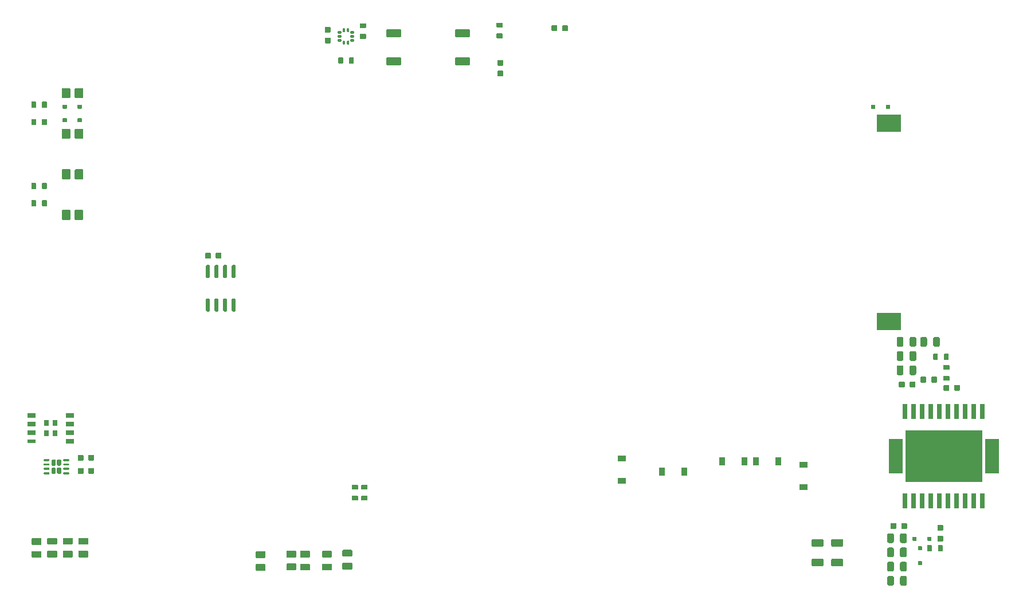
<source format=gtp>
G04 #@! TF.GenerationSoftware,KiCad,Pcbnew,8.0.8*
G04 #@! TF.CreationDate,2025-12-07T11:44:23-05:00*
G04 #@! TF.ProjectId,hellen121vag,68656c6c-656e-4313-9231-7661672e6b69,d*
G04 #@! TF.SameCoordinates,PX2b953a0PY6943058*
G04 #@! TF.FileFunction,Paste,Top*
G04 #@! TF.FilePolarity,Positive*
%FSLAX46Y46*%
G04 Gerber Fmt 4.6, Leading zero omitted, Abs format (unit mm)*
G04 Created by KiCad (PCBNEW 8.0.8) date 2025-12-07 11:44:23*
%MOMM*%
%LPD*%
G01*
G04 APERTURE LIST*
%ADD10O,0.000001X0.000001*%
%ADD11R,1.310000X0.650000*%
%ADD12R,1.310000X0.600000*%
%ADD13R,0.795000X0.900000*%
%ADD14R,1.200000X0.900000*%
%ADD15R,0.800000X2.200000*%
%ADD16R,2.032000X5.080000*%
%ADD17R,11.430000X7.620000*%
%ADD18R,3.600000X2.600000*%
%ADD19R,0.900000X1.200000*%
G04 APERTURE END LIST*
G04 #@! TO.C,U3*
G36*
G01*
X34145000Y64850000D02*
X33845000Y64850000D01*
G75*
G02*
X33695000Y65000000I0J150000D01*
G01*
X33695000Y66650000D01*
G75*
G02*
X33845000Y66800000I150000J0D01*
G01*
X34145000Y66800000D01*
G75*
G02*
X34295000Y66650000I0J-150000D01*
G01*
X34295000Y65000000D01*
G75*
G02*
X34145000Y64850000I-150000J0D01*
G01*
G37*
G36*
G01*
X35415000Y64850000D02*
X35115000Y64850000D01*
G75*
G02*
X34965000Y65000000I0J150000D01*
G01*
X34965000Y66650000D01*
G75*
G02*
X35115000Y66800000I150000J0D01*
G01*
X35415000Y66800000D01*
G75*
G02*
X35565000Y66650000I0J-150000D01*
G01*
X35565000Y65000000D01*
G75*
G02*
X35415000Y64850000I-150000J0D01*
G01*
G37*
G36*
G01*
X36685000Y64850000D02*
X36385000Y64850000D01*
G75*
G02*
X36235000Y65000000I0J150000D01*
G01*
X36235000Y66650000D01*
G75*
G02*
X36385000Y66800000I150000J0D01*
G01*
X36685000Y66800000D01*
G75*
G02*
X36835000Y66650000I0J-150000D01*
G01*
X36835000Y65000000D01*
G75*
G02*
X36685000Y64850000I-150000J0D01*
G01*
G37*
G36*
G01*
X37955000Y64850000D02*
X37655000Y64850000D01*
G75*
G02*
X37505000Y65000000I0J150000D01*
G01*
X37505000Y66650000D01*
G75*
G02*
X37655000Y66800000I150000J0D01*
G01*
X37955000Y66800000D01*
G75*
G02*
X38105000Y66650000I0J-150000D01*
G01*
X38105000Y65000000D01*
G75*
G02*
X37955000Y64850000I-150000J0D01*
G01*
G37*
G36*
G01*
X37955000Y69800000D02*
X37655000Y69800000D01*
G75*
G02*
X37505000Y69950000I0J150000D01*
G01*
X37505000Y71600000D01*
G75*
G02*
X37655000Y71750000I150000J0D01*
G01*
X37955000Y71750000D01*
G75*
G02*
X38105000Y71600000I0J-150000D01*
G01*
X38105000Y69950000D01*
G75*
G02*
X37955000Y69800000I-150000J0D01*
G01*
G37*
G36*
G01*
X36685000Y69800000D02*
X36385000Y69800000D01*
G75*
G02*
X36235000Y69950000I0J150000D01*
G01*
X36235000Y71600000D01*
G75*
G02*
X36385000Y71750000I150000J0D01*
G01*
X36685000Y71750000D01*
G75*
G02*
X36835000Y71600000I0J-150000D01*
G01*
X36835000Y69950000D01*
G75*
G02*
X36685000Y69800000I-150000J0D01*
G01*
G37*
G36*
G01*
X35415000Y69800000D02*
X35115000Y69800000D01*
G75*
G02*
X34965000Y69950000I0J150000D01*
G01*
X34965000Y71600000D01*
G75*
G02*
X35115000Y71750000I150000J0D01*
G01*
X35415000Y71750000D01*
G75*
G02*
X35565000Y71600000I0J-150000D01*
G01*
X35565000Y69950000D01*
G75*
G02*
X35415000Y69800000I-150000J0D01*
G01*
G37*
G36*
G01*
X34145000Y69800000D02*
X33845000Y69800000D01*
G75*
G02*
X33695000Y69950000I0J150000D01*
G01*
X33695000Y71600000D01*
G75*
G02*
X33845000Y71750000I150000J0D01*
G01*
X34145000Y71750000D01*
G75*
G02*
X34295000Y71600000I0J-150000D01*
G01*
X34295000Y69950000D01*
G75*
G02*
X34145000Y69800000I-150000J0D01*
G01*
G37*
G04 #@! TD*
G04 #@! TO.C,R22*
G36*
G01*
X143450000Y58565000D02*
X143450000Y57785000D01*
G75*
G02*
X143380000Y57715000I-70000J0D01*
G01*
X142820000Y57715000D01*
G75*
G02*
X142750000Y57785000I0J70000D01*
G01*
X142750000Y58565000D01*
G75*
G02*
X142820000Y58635000I70000J0D01*
G01*
X143380000Y58635000D01*
G75*
G02*
X143450000Y58565000I0J-70000D01*
G01*
G37*
G36*
G01*
X141850000Y58565000D02*
X141850000Y57785000D01*
G75*
G02*
X141780000Y57715000I-70000J0D01*
G01*
X141220000Y57715000D01*
G75*
G02*
X141150000Y57785000I0J70000D01*
G01*
X141150000Y58565000D01*
G75*
G02*
X141220000Y58635000I70000J0D01*
G01*
X141780000Y58635000D01*
G75*
G02*
X141850000Y58565000I0J-70000D01*
G01*
G37*
G04 #@! TD*
G04 #@! TO.C,C15*
G36*
G01*
X51360000Y106915001D02*
X52040000Y106915001D01*
G75*
G02*
X52125000Y106830001I0J-85000D01*
G01*
X52125000Y106150001D01*
G75*
G02*
X52040000Y106065001I-85000J0D01*
G01*
X51360000Y106065001D01*
G75*
G02*
X51275000Y106150001I0J85000D01*
G01*
X51275000Y106830001D01*
G75*
G02*
X51360000Y106915001I85000J0D01*
G01*
G37*
G36*
G01*
X51360000Y105334999D02*
X52040000Y105334999D01*
G75*
G02*
X52125000Y105249999I0J-85000D01*
G01*
X52125000Y104569999D01*
G75*
G02*
X52040000Y104484999I-85000J0D01*
G01*
X51360000Y104484999D01*
G75*
G02*
X51275000Y104569999I0J85000D01*
G01*
X51275000Y105249999D01*
G75*
G02*
X51360000Y105334999I85000J0D01*
G01*
G37*
G04 #@! TD*
G04 #@! TO.C,C6*
G36*
G01*
X77540000Y99584999D02*
X76860000Y99584999D01*
G75*
G02*
X76775000Y99669999I0J85000D01*
G01*
X76775000Y100349999D01*
G75*
G02*
X76860000Y100434999I85000J0D01*
G01*
X77540000Y100434999D01*
G75*
G02*
X77625000Y100349999I0J-85000D01*
G01*
X77625000Y99669999D01*
G75*
G02*
X77540000Y99584999I-85000J0D01*
G01*
G37*
G36*
G01*
X77540000Y101165001D02*
X76860000Y101165001D01*
G75*
G02*
X76775000Y101250001I0J85000D01*
G01*
X76775000Y101930001D01*
G75*
G02*
X76860000Y102015001I85000J0D01*
G01*
X77540000Y102015001D01*
G75*
G02*
X77625000Y101930001I0J-85000D01*
G01*
X77625000Y101250001D01*
G75*
G02*
X77540000Y101165001I-85000J0D01*
G01*
G37*
G04 #@! TD*
D10*
G04 #@! TO.C,M1*
X45912501Y97531666D03*
G04 #@! TD*
G04 #@! TO.C,U5*
G36*
G01*
X11707499Y42214986D02*
X11707499Y42864986D01*
G75*
G02*
X11867499Y43024986I160000J0D01*
G01*
X12187499Y43024986D01*
G75*
G02*
X12347499Y42864986I0J-160000D01*
G01*
X12347499Y42214986D01*
G75*
G02*
X12187499Y42054986I-160000J0D01*
G01*
X11867499Y42054986D01*
G75*
G02*
X11707499Y42214986I0J160000D01*
G01*
G37*
G36*
G01*
X11707499Y41014986D02*
X11707499Y41664986D01*
G75*
G02*
X11867499Y41824986I160000J0D01*
G01*
X12187499Y41824986D01*
G75*
G02*
X12347499Y41664986I0J-160000D01*
G01*
X12347499Y41014986D01*
G75*
G02*
X12187499Y40854986I-160000J0D01*
G01*
X11867499Y40854986D01*
G75*
G02*
X11707499Y41014986I0J160000D01*
G01*
G37*
G36*
G01*
X10907499Y41014986D02*
X10907499Y41664986D01*
G75*
G02*
X11067499Y41824986I160000J0D01*
G01*
X11387499Y41824986D01*
G75*
G02*
X11547499Y41664986I0J-160000D01*
G01*
X11547499Y41014986D01*
G75*
G02*
X11387499Y40854986I-160000J0D01*
G01*
X11067499Y40854986D01*
G75*
G02*
X10907499Y41014986I0J160000D01*
G01*
G37*
G36*
G01*
X10907499Y42214986D02*
X10907499Y42864986D01*
G75*
G02*
X11067499Y43024986I160000J0D01*
G01*
X11387499Y43024986D01*
G75*
G02*
X11547499Y42864986I0J-160000D01*
G01*
X11547499Y42214986D01*
G75*
G02*
X11387499Y42054986I-160000J0D01*
G01*
X11067499Y42054986D01*
G75*
G02*
X10907499Y42214986I0J160000D01*
G01*
G37*
G36*
G01*
X9752499Y42839986D02*
X9752499Y42989986D01*
G75*
G02*
X9827499Y43064986I75000J0D01*
G01*
X10527499Y43064986D01*
G75*
G02*
X10602499Y42989986I0J-75000D01*
G01*
X10602499Y42839986D01*
G75*
G02*
X10527499Y42764986I-75000J0D01*
G01*
X9827499Y42764986D01*
G75*
G02*
X9752499Y42839986I0J75000D01*
G01*
G37*
G36*
G01*
X9752499Y42189986D02*
X9752499Y42339986D01*
G75*
G02*
X9827499Y42414986I75000J0D01*
G01*
X10527499Y42414986D01*
G75*
G02*
X10602499Y42339986I0J-75000D01*
G01*
X10602499Y42189986D01*
G75*
G02*
X10527499Y42114986I-75000J0D01*
G01*
X9827499Y42114986D01*
G75*
G02*
X9752499Y42189986I0J75000D01*
G01*
G37*
G36*
G01*
X9752499Y41539986D02*
X9752499Y41689986D01*
G75*
G02*
X9827499Y41764986I75000J0D01*
G01*
X10527499Y41764986D01*
G75*
G02*
X10602499Y41689986I0J-75000D01*
G01*
X10602499Y41539986D01*
G75*
G02*
X10527499Y41464986I-75000J0D01*
G01*
X9827499Y41464986D01*
G75*
G02*
X9752499Y41539986I0J75000D01*
G01*
G37*
G36*
G01*
X9752499Y40889986D02*
X9752499Y41039986D01*
G75*
G02*
X9827499Y41114986I75000J0D01*
G01*
X10527499Y41114986D01*
G75*
G02*
X10602499Y41039986I0J-75000D01*
G01*
X10602499Y40889986D01*
G75*
G02*
X10527499Y40814986I-75000J0D01*
G01*
X9827499Y40814986D01*
G75*
G02*
X9752499Y40889986I0J75000D01*
G01*
G37*
G36*
G01*
X12652499Y40889986D02*
X12652499Y41039986D01*
G75*
G02*
X12727499Y41114986I75000J0D01*
G01*
X13427499Y41114986D01*
G75*
G02*
X13502499Y41039986I0J-75000D01*
G01*
X13502499Y40889986D01*
G75*
G02*
X13427499Y40814986I-75000J0D01*
G01*
X12727499Y40814986D01*
G75*
G02*
X12652499Y40889986I0J75000D01*
G01*
G37*
G36*
G01*
X12652499Y41539986D02*
X12652499Y41689986D01*
G75*
G02*
X12727499Y41764986I75000J0D01*
G01*
X13427499Y41764986D01*
G75*
G02*
X13502499Y41689986I0J-75000D01*
G01*
X13502499Y41539986D01*
G75*
G02*
X13427499Y41464986I-75000J0D01*
G01*
X12727499Y41464986D01*
G75*
G02*
X12652499Y41539986I0J75000D01*
G01*
G37*
G36*
G01*
X12652499Y42189986D02*
X12652499Y42339986D01*
G75*
G02*
X12727499Y42414986I75000J0D01*
G01*
X13427499Y42414986D01*
G75*
G02*
X13502499Y42339986I0J-75000D01*
G01*
X13502499Y42189986D01*
G75*
G02*
X13427499Y42114986I-75000J0D01*
G01*
X12727499Y42114986D01*
G75*
G02*
X12652499Y42189986I0J75000D01*
G01*
G37*
G36*
G01*
X12652499Y42839986D02*
X12652499Y42989986D01*
G75*
G02*
X12727499Y43064986I75000J0D01*
G01*
X13427499Y43064986D01*
G75*
G02*
X13502499Y42989986I0J-75000D01*
G01*
X13502499Y42839986D01*
G75*
G02*
X13427499Y42764986I-75000J0D01*
G01*
X12727499Y42764986D01*
G75*
G02*
X12652499Y42839986I0J75000D01*
G01*
G37*
G04 #@! TD*
G04 #@! TO.C,M6*
X95546542Y48347505D03*
G04 #@! TD*
G04 #@! TO.C,C18*
G36*
G01*
X14772499Y40985000D02*
X14772499Y41665000D01*
G75*
G02*
X14857499Y41750000I85000J0D01*
G01*
X15537499Y41750000D01*
G75*
G02*
X15622499Y41665000I0J-85000D01*
G01*
X15622499Y40985000D01*
G75*
G02*
X15537499Y40900000I-85000J0D01*
G01*
X14857499Y40900000D01*
G75*
G02*
X14772499Y40985000I0J85000D01*
G01*
G37*
G36*
G01*
X16352501Y40985000D02*
X16352501Y41665000D01*
G75*
G02*
X16437501Y41750000I85000J0D01*
G01*
X17117501Y41750000D01*
G75*
G02*
X17202501Y41665000I0J-85000D01*
G01*
X17202501Y40985000D01*
G75*
G02*
X17117501Y40900000I-85000J0D01*
G01*
X16437501Y40900000D01*
G75*
G02*
X16352501Y40985000I0J85000D01*
G01*
G37*
G04 #@! TD*
G04 #@! TO.C,D8*
G36*
G01*
X14312000Y90505000D02*
X14312000Y91745000D01*
G75*
G02*
X14442000Y91875000I130000J0D01*
G01*
X15482000Y91875000D01*
G75*
G02*
X15612000Y91745000I0J-130000D01*
G01*
X15612000Y90505000D01*
G75*
G02*
X15482000Y90375000I-130000J0D01*
G01*
X14442000Y90375000D01*
G75*
G02*
X14312000Y90505000I0J130000D01*
G01*
G37*
G36*
G01*
X12411979Y90505000D02*
X12411979Y91745000D01*
G75*
G02*
X12541979Y91875000I130000J0D01*
G01*
X13581979Y91875000D01*
G75*
G02*
X13711979Y91745000I0J-130000D01*
G01*
X13711979Y90505000D01*
G75*
G02*
X13581979Y90375000I-130000J0D01*
G01*
X12541979Y90375000D01*
G75*
G02*
X12411979Y90505000I0J130000D01*
G01*
G37*
G04 #@! TD*
G04 #@! TO.C,R13*
G36*
G01*
X8075000Y31375001D02*
X9325000Y31375001D01*
G75*
G02*
X9425000Y31275001I0J-100000D01*
G01*
X9425000Y30475001D01*
G75*
G02*
X9325000Y30375001I-100000J0D01*
G01*
X8075000Y30375001D01*
G75*
G02*
X7975000Y30475001I0J100000D01*
G01*
X7975000Y31275001D01*
G75*
G02*
X8075000Y31375001I100000J0D01*
G01*
G37*
G36*
G01*
X8075000Y29474979D02*
X9325000Y29474979D01*
G75*
G02*
X9425000Y29374979I0J-100000D01*
G01*
X9425000Y28574979D01*
G75*
G02*
X9325000Y28474979I-100000J0D01*
G01*
X8075000Y28474979D01*
G75*
G02*
X7975000Y28574979I0J100000D01*
G01*
X7975000Y29374979D01*
G75*
G02*
X8075000Y29474979I100000J0D01*
G01*
G37*
G04 #@! TD*
G04 #@! TO.C,R4*
G36*
G01*
X55225000Y26749999D02*
X53975000Y26749999D01*
G75*
G02*
X53875000Y26849999I0J100000D01*
G01*
X53875000Y27649999D01*
G75*
G02*
X53975000Y27749999I100000J0D01*
G01*
X55225000Y27749999D01*
G75*
G02*
X55325000Y27649999I0J-100000D01*
G01*
X55325000Y26849999D01*
G75*
G02*
X55225000Y26749999I-100000J0D01*
G01*
G37*
G36*
G01*
X55225000Y28650021D02*
X53975000Y28650021D01*
G75*
G02*
X53875000Y28750021I0J100000D01*
G01*
X53875000Y29550021D01*
G75*
G02*
X53975000Y29650021I100000J0D01*
G01*
X55225000Y29650021D01*
G75*
G02*
X55325000Y29550021I0J-100000D01*
G01*
X55325000Y28750021D01*
G75*
G02*
X55225000Y28650021I-100000J0D01*
G01*
G37*
G04 #@! TD*
G04 #@! TO.C,R16*
G36*
G01*
X10212000Y95790000D02*
X10212000Y95010000D01*
G75*
G02*
X10142000Y94940000I-70000J0D01*
G01*
X9582000Y94940000D01*
G75*
G02*
X9512000Y95010000I0J70000D01*
G01*
X9512000Y95790000D01*
G75*
G02*
X9582000Y95860000I70000J0D01*
G01*
X10142000Y95860000D01*
G75*
G02*
X10212000Y95790000I0J-70000D01*
G01*
G37*
G36*
G01*
X8612000Y95790000D02*
X8612000Y95010000D01*
G75*
G02*
X8542000Y94940000I-70000J0D01*
G01*
X7982000Y94940000D01*
G75*
G02*
X7912000Y95010000I0J70000D01*
G01*
X7912000Y95790000D01*
G75*
G02*
X7982000Y95860000I70000J0D01*
G01*
X8542000Y95860000D01*
G75*
G02*
X8612000Y95790000I0J-70000D01*
G01*
G37*
G04 #@! TD*
G04 #@! TO.C,C5*
G36*
G01*
X145122001Y53932163D02*
X145122001Y53252163D01*
G75*
G02*
X145037001Y53167163I-85000J0D01*
G01*
X144357001Y53167163D01*
G75*
G02*
X144272001Y53252163I0J85000D01*
G01*
X144272001Y53932163D01*
G75*
G02*
X144357001Y54017163I85000J0D01*
G01*
X145037001Y54017163D01*
G75*
G02*
X145122001Y53932163I0J-85000D01*
G01*
G37*
G36*
G01*
X143541999Y53932163D02*
X143541999Y53252163D01*
G75*
G02*
X143456999Y53167163I-85000J0D01*
G01*
X142776999Y53167163D01*
G75*
G02*
X142691999Y53252163I0J85000D01*
G01*
X142691999Y53932163D01*
G75*
G02*
X142776999Y54017163I85000J0D01*
G01*
X143456999Y54017163D01*
G75*
G02*
X143541999Y53932163I0J-85000D01*
G01*
G37*
G04 #@! TD*
G04 #@! TO.C,C11*
G36*
G01*
X134362000Y30900000D02*
X134362000Y31850000D01*
G75*
G02*
X134612000Y32100000I250000J0D01*
G01*
X135112000Y32100000D01*
G75*
G02*
X135362000Y31850000I0J-250000D01*
G01*
X135362000Y30900000D01*
G75*
G02*
X135112000Y30650000I-250000J0D01*
G01*
X134612000Y30650000D01*
G75*
G02*
X134362000Y30900000I0J250000D01*
G01*
G37*
G36*
G01*
X136262000Y30900000D02*
X136262000Y31850000D01*
G75*
G02*
X136512000Y32100000I250000J0D01*
G01*
X137012000Y32100000D01*
G75*
G02*
X137262000Y31850000I0J-250000D01*
G01*
X137262000Y30900000D01*
G75*
G02*
X137012000Y30650000I-250000J0D01*
G01*
X136512000Y30650000D01*
G75*
G02*
X136262000Y30900000I0J250000D01*
G01*
G37*
G04 #@! TD*
G04 #@! TO.C,R8*
G36*
G01*
X47725000Y29500001D02*
X48975000Y29500001D01*
G75*
G02*
X49075000Y29400001I0J-100000D01*
G01*
X49075000Y28600001D01*
G75*
G02*
X48975000Y28500001I-100000J0D01*
G01*
X47725000Y28500001D01*
G75*
G02*
X47625000Y28600001I0J100000D01*
G01*
X47625000Y29400001D01*
G75*
G02*
X47725000Y29500001I100000J0D01*
G01*
G37*
G36*
G01*
X47725000Y27599979D02*
X48975000Y27599979D01*
G75*
G02*
X49075000Y27499979I0J-100000D01*
G01*
X49075000Y26699979D01*
G75*
G02*
X48975000Y26599979I-100000J0D01*
G01*
X47725000Y26599979D01*
G75*
G02*
X47625000Y26699979I0J100000D01*
G01*
X47625000Y27499979D01*
G75*
G02*
X47725000Y27599979I100000J0D01*
G01*
G37*
G04 #@! TD*
D11*
G04 #@! TO.C,U4*
X7942500Y49530000D03*
X7942500Y48260000D03*
X7942500Y46990000D03*
D12*
X7942500Y45720000D03*
D11*
X13632500Y45720000D03*
X13632500Y46990000D03*
X13632500Y48260000D03*
X13632500Y49530000D03*
D13*
X11450000Y48375000D03*
X11450000Y46875000D03*
X10125000Y46875000D03*
X10125000Y48375000D03*
G04 #@! TD*
G04 #@! TO.C,F1*
G36*
G01*
X124975000Y28119990D02*
X124975000Y27429990D01*
G75*
G02*
X124745000Y27199990I-230000J0D01*
G01*
X123405000Y27199990D01*
G75*
G02*
X123175000Y27429990I0J230000D01*
G01*
X123175000Y28119990D01*
G75*
G02*
X123405000Y28349990I230000J0D01*
G01*
X124745000Y28349990D01*
G75*
G02*
X124975000Y28119990I0J-230000D01*
G01*
G37*
G36*
G01*
X124975000Y31020010D02*
X124975000Y30330010D01*
G75*
G02*
X124745000Y30100010I-230000J0D01*
G01*
X123405000Y30100010D01*
G75*
G02*
X123175000Y30330010I0J230000D01*
G01*
X123175000Y31020010D01*
G75*
G02*
X123405000Y31250010I230000J0D01*
G01*
X124745000Y31250010D01*
G75*
G02*
X124975000Y31020010I0J-230000D01*
G01*
G37*
G04 #@! TD*
D14*
G04 #@! TO.C,D10*
X122016200Y38951200D03*
X122016200Y42251200D03*
G04 #@! TD*
D15*
G04 #@! TO.C,U1*
X136992000Y36892163D03*
X138262000Y36892163D03*
X139532000Y36892163D03*
X140802000Y36892163D03*
X142072000Y36892163D03*
X143342000Y36892163D03*
X144612000Y36892163D03*
X145882000Y36892163D03*
X147152000Y36892163D03*
X148422000Y36892163D03*
X148422000Y50092163D03*
X147152000Y50092163D03*
X145882000Y50092163D03*
X144612000Y50092163D03*
X143342000Y50092163D03*
X142072000Y50092163D03*
X140802000Y50092163D03*
X139532000Y50092163D03*
X138262000Y50092163D03*
X136992000Y50092163D03*
D16*
X135595000Y43492163D03*
D17*
X142707000Y43492163D03*
D16*
X149819000Y43492163D03*
G04 #@! TD*
G04 #@! TO.C,R21*
G36*
G01*
X10212000Y81240000D02*
X10212000Y80460000D01*
G75*
G02*
X10142000Y80390000I-70000J0D01*
G01*
X9582000Y80390000D01*
G75*
G02*
X9512000Y80460000I0J70000D01*
G01*
X9512000Y81240000D01*
G75*
G02*
X9582000Y81310000I70000J0D01*
G01*
X10142000Y81310000D01*
G75*
G02*
X10212000Y81240000I0J-70000D01*
G01*
G37*
G36*
G01*
X8612000Y81240000D02*
X8612000Y80460000D01*
G75*
G02*
X8542000Y80390000I-70000J0D01*
G01*
X7982000Y80390000D01*
G75*
G02*
X7912000Y80460000I0J70000D01*
G01*
X7912000Y81240000D01*
G75*
G02*
X7982000Y81310000I70000J0D01*
G01*
X8542000Y81310000D01*
G75*
G02*
X8612000Y81240000I0J-70000D01*
G01*
G37*
G04 #@! TD*
D10*
G04 #@! TO.C,M10*
X25350001Y74749997D03*
G04 #@! TD*
G04 #@! TO.C,D4*
G36*
G01*
X14312000Y96505000D02*
X14312000Y97745000D01*
G75*
G02*
X14442000Y97875000I130000J0D01*
G01*
X15482000Y97875000D01*
G75*
G02*
X15612000Y97745000I0J-130000D01*
G01*
X15612000Y96505000D01*
G75*
G02*
X15482000Y96375000I-130000J0D01*
G01*
X14442000Y96375000D01*
G75*
G02*
X14312000Y96505000I0J130000D01*
G01*
G37*
G36*
G01*
X12411979Y96505000D02*
X12411979Y97745000D01*
G75*
G02*
X12541979Y97875000I130000J0D01*
G01*
X13581979Y97875000D01*
G75*
G02*
X13711979Y97745000I0J-130000D01*
G01*
X13711979Y96505000D01*
G75*
G02*
X13581979Y96375000I-130000J0D01*
G01*
X12541979Y96375000D01*
G75*
G02*
X12411979Y96505000I0J130000D01*
G01*
G37*
G04 #@! TD*
G04 #@! TO.C,C16*
G36*
G01*
X36015001Y73440000D02*
X36015001Y72760000D01*
G75*
G02*
X35930001Y72675000I-85000J0D01*
G01*
X35250001Y72675000D01*
G75*
G02*
X35165001Y72760000I0J85000D01*
G01*
X35165001Y73440000D01*
G75*
G02*
X35250001Y73525000I85000J0D01*
G01*
X35930001Y73525000D01*
G75*
G02*
X36015001Y73440000I0J-85000D01*
G01*
G37*
G36*
G01*
X34434999Y73440000D02*
X34434999Y72760000D01*
G75*
G02*
X34349999Y72675000I-85000J0D01*
G01*
X33669999Y72675000D01*
G75*
G02*
X33584999Y72760000I0J85000D01*
G01*
X33584999Y73440000D01*
G75*
G02*
X33669999Y73525000I85000J0D01*
G01*
X34349999Y73525000D01*
G75*
G02*
X34434999Y73440000I0J-85000D01*
G01*
G37*
G04 #@! TD*
G04 #@! TO.C,S1*
G36*
G01*
X60482000Y106600001D02*
X62442000Y106600001D01*
G75*
G02*
X62562000Y106480001I0J-120000D01*
G01*
X62562000Y105520001D01*
G75*
G02*
X62442000Y105400001I-120000J0D01*
G01*
X60482000Y105400001D01*
G75*
G02*
X60362000Y105520001I0J120000D01*
G01*
X60362000Y106480001D01*
G75*
G02*
X60482000Y106600001I120000J0D01*
G01*
G37*
G36*
G01*
X60482000Y102400000D02*
X62442000Y102400000D01*
G75*
G02*
X62562000Y102280000I0J-120000D01*
G01*
X62562000Y101320000D01*
G75*
G02*
X62442000Y101200000I-120000J0D01*
G01*
X60482000Y101200000D01*
G75*
G02*
X60362000Y101320000I0J120000D01*
G01*
X60362000Y102280000D01*
G75*
G02*
X60482000Y102400000I120000J0D01*
G01*
G37*
G04 #@! TD*
D18*
G04 #@! TO.C,BT1*
X134600000Y92700000D03*
X134600000Y63400000D03*
G04 #@! TD*
G04 #@! TO.C,C19*
G36*
G01*
X14772499Y42925000D02*
X14772499Y43605000D01*
G75*
G02*
X14857499Y43690000I85000J0D01*
G01*
X15537499Y43690000D01*
G75*
G02*
X15622499Y43605000I0J-85000D01*
G01*
X15622499Y42925000D01*
G75*
G02*
X15537499Y42840000I-85000J0D01*
G01*
X14857499Y42840000D01*
G75*
G02*
X14772499Y42925000I0J85000D01*
G01*
G37*
G36*
G01*
X16352501Y42925000D02*
X16352501Y43605000D01*
G75*
G02*
X16437501Y43690000I85000J0D01*
G01*
X17117501Y43690000D01*
G75*
G02*
X17202501Y43605000I0J-85000D01*
G01*
X17202501Y42925000D01*
G75*
G02*
X17117501Y42840000I-85000J0D01*
G01*
X16437501Y42840000D01*
G75*
G02*
X16352501Y42925000I0J85000D01*
G01*
G37*
G04 #@! TD*
G04 #@! TO.C,R5*
G36*
G01*
X142717000Y56942163D02*
X143497000Y56942163D01*
G75*
G02*
X143567000Y56872163I0J-70000D01*
G01*
X143567000Y56312163D01*
G75*
G02*
X143497000Y56242163I-70000J0D01*
G01*
X142717000Y56242163D01*
G75*
G02*
X142647000Y56312163I0J70000D01*
G01*
X142647000Y56872163D01*
G75*
G02*
X142717000Y56942163I70000J0D01*
G01*
G37*
G36*
G01*
X142717000Y55342163D02*
X143497000Y55342163D01*
G75*
G02*
X143567000Y55272163I0J-70000D01*
G01*
X143567000Y54712163D01*
G75*
G02*
X143497000Y54642163I-70000J0D01*
G01*
X142717000Y54642163D01*
G75*
G02*
X142647000Y54712163I0J70000D01*
G01*
X142647000Y55272163D01*
G75*
G02*
X142717000Y55342163I70000J0D01*
G01*
G37*
G04 #@! TD*
G04 #@! TO.C,U2*
G36*
G01*
X54200000Y104300000D02*
X54000000Y104300000D01*
G75*
G02*
X53900000Y104400000I0J100000D01*
G01*
X53900000Y104750000D01*
G75*
G02*
X54000000Y104850000I100000J0D01*
G01*
X54200000Y104850000D01*
G75*
G02*
X54300000Y104750000I0J-100000D01*
G01*
X54300000Y104400000D01*
G75*
G02*
X54200000Y104300000I-100000J0D01*
G01*
G37*
G36*
G01*
X54800000Y104300000D02*
X54600000Y104300000D01*
G75*
G02*
X54500000Y104400000I0J100000D01*
G01*
X54500000Y104750000D01*
G75*
G02*
X54600000Y104850000I100000J0D01*
G01*
X54800000Y104850000D01*
G75*
G02*
X54900000Y104750000I0J-100000D01*
G01*
X54900000Y104400000D01*
G75*
G02*
X54800000Y104300000I-100000J0D01*
G01*
G37*
G36*
G01*
X55500000Y104700000D02*
X55150000Y104700000D01*
G75*
G02*
X55050000Y104800000I0J100000D01*
G01*
X55050000Y105000000D01*
G75*
G02*
X55150000Y105100000I100000J0D01*
G01*
X55500000Y105100000D01*
G75*
G02*
X55600000Y105000000I0J-100000D01*
G01*
X55600000Y104800000D01*
G75*
G02*
X55500000Y104700000I-100000J0D01*
G01*
G37*
G36*
G01*
X55500000Y105300000D02*
X55150000Y105300000D01*
G75*
G02*
X55050000Y105400000I0J100000D01*
G01*
X55050000Y105600000D01*
G75*
G02*
X55150000Y105700000I100000J0D01*
G01*
X55500000Y105700000D01*
G75*
G02*
X55600000Y105600000I0J-100000D01*
G01*
X55600000Y105400000D01*
G75*
G02*
X55500000Y105300000I-100000J0D01*
G01*
G37*
G36*
G01*
X55500000Y105900000D02*
X55150000Y105900000D01*
G75*
G02*
X55050000Y106000000I0J100000D01*
G01*
X55050000Y106200000D01*
G75*
G02*
X55150000Y106300000I100000J0D01*
G01*
X55500000Y106300000D01*
G75*
G02*
X55600000Y106200000I0J-100000D01*
G01*
X55600000Y106000000D01*
G75*
G02*
X55500000Y105900000I-100000J0D01*
G01*
G37*
G36*
G01*
X54800000Y106150000D02*
X54600000Y106150000D01*
G75*
G02*
X54500000Y106250000I0J100000D01*
G01*
X54500000Y106600000D01*
G75*
G02*
X54600000Y106700000I100000J0D01*
G01*
X54800000Y106700000D01*
G75*
G02*
X54900000Y106600000I0J-100000D01*
G01*
X54900000Y106250000D01*
G75*
G02*
X54800000Y106150000I-100000J0D01*
G01*
G37*
G36*
G01*
X54200000Y106150000D02*
X54000000Y106150000D01*
G75*
G02*
X53900000Y106250000I0J100000D01*
G01*
X53900000Y106600000D01*
G75*
G02*
X54000000Y106700000I100000J0D01*
G01*
X54200000Y106700000D01*
G75*
G02*
X54300000Y106600000I0J-100000D01*
G01*
X54300000Y106250000D01*
G75*
G02*
X54200000Y106150000I-100000J0D01*
G01*
G37*
G36*
G01*
X53650000Y105900000D02*
X53300000Y105900000D01*
G75*
G02*
X53200000Y106000000I0J100000D01*
G01*
X53200000Y106200000D01*
G75*
G02*
X53300000Y106300000I100000J0D01*
G01*
X53650000Y106300000D01*
G75*
G02*
X53750000Y106200000I0J-100000D01*
G01*
X53750000Y106000000D01*
G75*
G02*
X53650000Y105900000I-100000J0D01*
G01*
G37*
G36*
G01*
X53650000Y105300000D02*
X53300000Y105300000D01*
G75*
G02*
X53200000Y105400000I0J100000D01*
G01*
X53200000Y105600000D01*
G75*
G02*
X53300000Y105700000I100000J0D01*
G01*
X53650000Y105700000D01*
G75*
G02*
X53750000Y105600000I0J-100000D01*
G01*
X53750000Y105400000D01*
G75*
G02*
X53650000Y105300000I-100000J0D01*
G01*
G37*
G36*
G01*
X53650000Y104700000D02*
X53300000Y104700000D01*
G75*
G02*
X53200000Y104800000I0J100000D01*
G01*
X53200000Y105000000D01*
G75*
G02*
X53300000Y105100000I100000J0D01*
G01*
X53650000Y105100000D01*
G75*
G02*
X53750000Y105000000I0J-100000D01*
G01*
X53750000Y104800000D01*
G75*
G02*
X53650000Y104700000I-100000J0D01*
G01*
G37*
G04 #@! TD*
G04 #@! TO.C,D5*
G36*
G01*
X15302000Y92825000D02*
X14822000Y92825000D01*
G75*
G02*
X14762000Y92885000I0J60000D01*
G01*
X14762000Y93365000D01*
G75*
G02*
X14822000Y93425000I60000J0D01*
G01*
X15302000Y93425000D01*
G75*
G02*
X15362000Y93365000I0J-60000D01*
G01*
X15362000Y92885000D01*
G75*
G02*
X15302000Y92825000I-60000J0D01*
G01*
G37*
G36*
G01*
X13102000Y92825000D02*
X12622000Y92825000D01*
G75*
G02*
X12562000Y92885000I0J60000D01*
G01*
X12562000Y93365000D01*
G75*
G02*
X12622000Y93425000I60000J0D01*
G01*
X13102000Y93425000D01*
G75*
G02*
X13162000Y93365000I0J-60000D01*
G01*
X13162000Y92885000D01*
G75*
G02*
X13102000Y92825000I-60000J0D01*
G01*
G37*
G04 #@! TD*
G04 #@! TO.C,R18*
G36*
G01*
X53274986Y101550001D02*
X53274986Y102330001D01*
G75*
G02*
X53344986Y102400001I70000J0D01*
G01*
X53904986Y102400001D01*
G75*
G02*
X53974986Y102330001I0J-70000D01*
G01*
X53974986Y101550001D01*
G75*
G02*
X53904986Y101480001I-70000J0D01*
G01*
X53344986Y101480001D01*
G75*
G02*
X53274986Y101550001I0J70000D01*
G01*
G37*
G36*
G01*
X54874986Y101550001D02*
X54874986Y102330001D01*
G75*
G02*
X54944986Y102400001I70000J0D01*
G01*
X55504986Y102400001D01*
G75*
G02*
X55574986Y102330001I0J-70000D01*
G01*
X55574986Y101550001D01*
G75*
G02*
X55504986Y101480001I-70000J0D01*
G01*
X54944986Y101480001D01*
G75*
G02*
X54874986Y101550001I0J70000D01*
G01*
G37*
G04 #@! TD*
G04 #@! TO.C,R10*
G36*
G01*
X12675000Y31425001D02*
X13925000Y31425001D01*
G75*
G02*
X14025000Y31325001I0J-100000D01*
G01*
X14025000Y30525001D01*
G75*
G02*
X13925000Y30425001I-100000J0D01*
G01*
X12675000Y30425001D01*
G75*
G02*
X12575000Y30525001I0J100000D01*
G01*
X12575000Y31325001D01*
G75*
G02*
X12675000Y31425001I100000J0D01*
G01*
G37*
G36*
G01*
X12675000Y29524979D02*
X13925000Y29524979D01*
G75*
G02*
X14025000Y29424979I0J-100000D01*
G01*
X14025000Y28624979D01*
G75*
G02*
X13925000Y28524979I-100000J0D01*
G01*
X12675000Y28524979D01*
G75*
G02*
X12575000Y28624979I0J100000D01*
G01*
X12575000Y29424979D01*
G75*
G02*
X12675000Y29524979I100000J0D01*
G01*
G37*
G04 #@! TD*
G04 #@! TO.C,D3*
G36*
G01*
X15302000Y94825000D02*
X14822000Y94825000D01*
G75*
G02*
X14762000Y94885000I0J60000D01*
G01*
X14762000Y95365000D01*
G75*
G02*
X14822000Y95425000I60000J0D01*
G01*
X15302000Y95425000D01*
G75*
G02*
X15362000Y95365000I0J-60000D01*
G01*
X15362000Y94885000D01*
G75*
G02*
X15302000Y94825000I-60000J0D01*
G01*
G37*
G36*
G01*
X13102000Y94825000D02*
X12622000Y94825000D01*
G75*
G02*
X12562000Y94885000I0J60000D01*
G01*
X12562000Y95365000D01*
G75*
G02*
X12622000Y95425000I60000J0D01*
G01*
X13102000Y95425000D01*
G75*
G02*
X13162000Y95365000I0J-60000D01*
G01*
X13162000Y94885000D01*
G75*
G02*
X13102000Y94825000I-60000J0D01*
G01*
G37*
G04 #@! TD*
G04 #@! TO.C,R9*
G36*
G01*
X52225000Y26599999D02*
X50975000Y26599999D01*
G75*
G02*
X50875000Y26699999I0J100000D01*
G01*
X50875000Y27499999D01*
G75*
G02*
X50975000Y27599999I100000J0D01*
G01*
X52225000Y27599999D01*
G75*
G02*
X52325000Y27499999I0J-100000D01*
G01*
X52325000Y26699999D01*
G75*
G02*
X52225000Y26599999I-100000J0D01*
G01*
G37*
G36*
G01*
X52225000Y28500021D02*
X50975000Y28500021D01*
G75*
G02*
X50875000Y28600021I0J100000D01*
G01*
X50875000Y29400021D01*
G75*
G02*
X50975000Y29500021I100000J0D01*
G01*
X52225000Y29500021D01*
G75*
G02*
X52325000Y29400021I0J-100000D01*
G01*
X52325000Y28600021D01*
G75*
G02*
X52225000Y28500021I-100000J0D01*
G01*
G37*
G04 #@! TD*
G04 #@! TO.C,C8*
G36*
G01*
X135762000Y57804000D02*
X135762000Y58754000D01*
G75*
G02*
X136012000Y59004000I250000J0D01*
G01*
X136512000Y59004000D01*
G75*
G02*
X136762000Y58754000I0J-250000D01*
G01*
X136762000Y57804000D01*
G75*
G02*
X136512000Y57554000I-250000J0D01*
G01*
X136012000Y57554000D01*
G75*
G02*
X135762000Y57804000I0J250000D01*
G01*
G37*
G36*
G01*
X137662000Y57804000D02*
X137662000Y58754000D01*
G75*
G02*
X137912000Y59004000I250000J0D01*
G01*
X138412000Y59004000D01*
G75*
G02*
X138662000Y58754000I0J-250000D01*
G01*
X138662000Y57804000D01*
G75*
G02*
X138412000Y57554000I-250000J0D01*
G01*
X137912000Y57554000D01*
G75*
G02*
X137662000Y57804000I0J250000D01*
G01*
G37*
G04 #@! TD*
G04 #@! TO.C,D9*
G36*
G01*
X132060000Y95400000D02*
X132540000Y95400000D01*
G75*
G02*
X132600000Y95340000I0J-60000D01*
G01*
X132600000Y94860000D01*
G75*
G02*
X132540000Y94800000I-60000J0D01*
G01*
X132060000Y94800000D01*
G75*
G02*
X132000000Y94860000I0J60000D01*
G01*
X132000000Y95340000D01*
G75*
G02*
X132060000Y95400000I60000J0D01*
G01*
G37*
G36*
G01*
X134260000Y95400000D02*
X134740000Y95400000D01*
G75*
G02*
X134800000Y95340000I0J-60000D01*
G01*
X134800000Y94860000D01*
G75*
G02*
X134740000Y94800000I-60000J0D01*
G01*
X134260000Y94800000D01*
G75*
G02*
X134200000Y94860000I0J60000D01*
G01*
X134200000Y95340000D01*
G75*
G02*
X134260000Y95400000I60000J0D01*
G01*
G37*
G04 #@! TD*
G04 #@! TO.C,R6*
G36*
G01*
X56735000Y39248941D02*
X57515000Y39248941D01*
G75*
G02*
X57585000Y39178941I0J-70000D01*
G01*
X57585000Y38618941D01*
G75*
G02*
X57515000Y38548941I-70000J0D01*
G01*
X56735000Y38548941D01*
G75*
G02*
X56665000Y38618941I0J70000D01*
G01*
X56665000Y39178941D01*
G75*
G02*
X56735000Y39248941I70000J0D01*
G01*
G37*
G36*
G01*
X56735000Y37648941D02*
X57515000Y37648941D01*
G75*
G02*
X57585000Y37578941I0J-70000D01*
G01*
X57585000Y37018941D01*
G75*
G02*
X57515000Y36948941I-70000J0D01*
G01*
X56735000Y36948941D01*
G75*
G02*
X56665000Y37018941I0J70000D01*
G01*
X56665000Y37578941D01*
G75*
G02*
X56735000Y37648941I70000J0D01*
G01*
G37*
G04 #@! TD*
G04 #@! TO.C,R19*
G36*
G01*
X56510000Y107450000D02*
X57290000Y107450000D01*
G75*
G02*
X57360000Y107380000I0J-70000D01*
G01*
X57360000Y106820000D01*
G75*
G02*
X57290000Y106750000I-70000J0D01*
G01*
X56510000Y106750000D01*
G75*
G02*
X56440000Y106820000I0J70000D01*
G01*
X56440000Y107380000D01*
G75*
G02*
X56510000Y107450000I70000J0D01*
G01*
G37*
G36*
G01*
X56510000Y105850000D02*
X57290000Y105850000D01*
G75*
G02*
X57360000Y105780000I0J-70000D01*
G01*
X57360000Y105220000D01*
G75*
G02*
X57290000Y105150000I-70000J0D01*
G01*
X56510000Y105150000D01*
G75*
G02*
X56440000Y105220000I0J70000D01*
G01*
X56440000Y105780000D01*
G75*
G02*
X56510000Y105850000I70000J0D01*
G01*
G37*
G04 #@! TD*
D19*
G04 #@! TO.C,D12*
X113303000Y42709400D03*
X110003000Y42709400D03*
G04 #@! TD*
G04 #@! TO.C,D11*
X114981400Y42709400D03*
X118281400Y42709400D03*
G04 #@! TD*
G04 #@! TO.C,C10*
G36*
G01*
X142150000Y60850000D02*
X142150000Y59900000D01*
G75*
G02*
X141900000Y59650000I-250000J0D01*
G01*
X141400000Y59650000D01*
G75*
G02*
X141150000Y59900000I0J250000D01*
G01*
X141150000Y60850000D01*
G75*
G02*
X141400000Y61100000I250000J0D01*
G01*
X141900000Y61100000D01*
G75*
G02*
X142150000Y60850000I0J-250000D01*
G01*
G37*
G36*
G01*
X140250000Y60850000D02*
X140250000Y59900000D01*
G75*
G02*
X140000000Y59650000I-250000J0D01*
G01*
X139500000Y59650000D01*
G75*
G02*
X139250000Y59900000I0J250000D01*
G01*
X139250000Y60850000D01*
G75*
G02*
X139500000Y61100000I250000J0D01*
G01*
X140000000Y61100000D01*
G75*
G02*
X140250000Y60850000I0J-250000D01*
G01*
G37*
G04 #@! TD*
G04 #@! TO.C,R2*
G36*
G01*
X46950000Y26619999D02*
X45700000Y26619999D01*
G75*
G02*
X45600000Y26719999I0J100000D01*
G01*
X45600000Y27519999D01*
G75*
G02*
X45700000Y27619999I100000J0D01*
G01*
X46950000Y27619999D01*
G75*
G02*
X47050000Y27519999I0J-100000D01*
G01*
X47050000Y26719999D01*
G75*
G02*
X46950000Y26619999I-100000J0D01*
G01*
G37*
G36*
G01*
X46950000Y28520021D02*
X45700000Y28520021D01*
G75*
G02*
X45600000Y28620021I0J100000D01*
G01*
X45600000Y29420021D01*
G75*
G02*
X45700000Y29520021I100000J0D01*
G01*
X46950000Y29520021D01*
G75*
G02*
X47050000Y29420021I0J-100000D01*
G01*
X47050000Y28620021D01*
G75*
G02*
X46950000Y28520021I-100000J0D01*
G01*
G37*
G04 #@! TD*
G04 #@! TO.C,D14*
X104350000Y41175000D03*
X101050000Y41175000D03*
G04 #@! TD*
G04 #@! TO.C,R12*
G36*
G01*
X14975000Y31425022D02*
X16225000Y31425022D01*
G75*
G02*
X16325000Y31325022I0J-100000D01*
G01*
X16325000Y30525022D01*
G75*
G02*
X16225000Y30425022I-100000J0D01*
G01*
X14975000Y30425022D01*
G75*
G02*
X14875000Y30525022I0J100000D01*
G01*
X14875000Y31325022D01*
G75*
G02*
X14975000Y31425022I100000J0D01*
G01*
G37*
G36*
G01*
X14975000Y29525000D02*
X16225000Y29525000D01*
G75*
G02*
X16325000Y29425000I0J-100000D01*
G01*
X16325000Y28625000D01*
G75*
G02*
X16225000Y28525000I-100000J0D01*
G01*
X14975000Y28525000D01*
G75*
G02*
X14875000Y28625000I0J100000D01*
G01*
X14875000Y29425000D01*
G75*
G02*
X14975000Y29525000I100000J0D01*
G01*
G37*
G04 #@! TD*
G04 #@! TO.C,F2*
G36*
G01*
X127875000Y28119990D02*
X127875000Y27429990D01*
G75*
G02*
X127645000Y27199990I-230000J0D01*
G01*
X126305000Y27199990D01*
G75*
G02*
X126075000Y27429990I0J230000D01*
G01*
X126075000Y28119990D01*
G75*
G02*
X126305000Y28349990I230000J0D01*
G01*
X127645000Y28349990D01*
G75*
G02*
X127875000Y28119990I0J-230000D01*
G01*
G37*
G36*
G01*
X127875000Y31020010D02*
X127875000Y30330010D01*
G75*
G02*
X127645000Y30100010I-230000J0D01*
G01*
X126305000Y30100010D01*
G75*
G02*
X126075000Y30330010I0J230000D01*
G01*
X126075000Y31020010D01*
G75*
G02*
X126305000Y31250010I230000J0D01*
G01*
X127645000Y31250010D01*
G75*
G02*
X127875000Y31020010I0J-230000D01*
G01*
G37*
G04 #@! TD*
G04 #@! TO.C,C14*
G36*
G01*
X134362000Y28800000D02*
X134362000Y29750000D01*
G75*
G02*
X134612000Y30000000I250000J0D01*
G01*
X135112000Y30000000D01*
G75*
G02*
X135362000Y29750000I0J-250000D01*
G01*
X135362000Y28800000D01*
G75*
G02*
X135112000Y28550000I-250000J0D01*
G01*
X134612000Y28550000D01*
G75*
G02*
X134362000Y28800000I0J250000D01*
G01*
G37*
G36*
G01*
X136262000Y28800000D02*
X136262000Y29750000D01*
G75*
G02*
X136512000Y30000000I250000J0D01*
G01*
X137012000Y30000000D01*
G75*
G02*
X137262000Y29750000I0J-250000D01*
G01*
X137262000Y28800000D01*
G75*
G02*
X137012000Y28550000I-250000J0D01*
G01*
X136512000Y28550000D01*
G75*
G02*
X136262000Y28800000I0J250000D01*
G01*
G37*
G04 #@! TD*
G04 #@! TO.C,C3*
G36*
G01*
X141722001Y55132163D02*
X141722001Y54452163D01*
G75*
G02*
X141637001Y54367163I-85000J0D01*
G01*
X140957001Y54367163D01*
G75*
G02*
X140872001Y54452163I0J85000D01*
G01*
X140872001Y55132163D01*
G75*
G02*
X140957001Y55217163I85000J0D01*
G01*
X141637001Y55217163D01*
G75*
G02*
X141722001Y55132163I0J-85000D01*
G01*
G37*
G36*
G01*
X140141999Y55132163D02*
X140141999Y54452163D01*
G75*
G02*
X140056999Y54367163I-85000J0D01*
G01*
X139376999Y54367163D01*
G75*
G02*
X139291999Y54452163I0J85000D01*
G01*
X139291999Y55132163D01*
G75*
G02*
X139376999Y55217163I85000J0D01*
G01*
X140056999Y55217163D01*
G75*
G02*
X140141999Y55132163I0J-85000D01*
G01*
G37*
G04 #@! TD*
G04 #@! TO.C,C2*
G36*
G01*
X134856998Y32835000D02*
X134856998Y33515000D01*
G75*
G02*
X134941998Y33600000I85000J0D01*
G01*
X135621998Y33600000D01*
G75*
G02*
X135706998Y33515000I0J-85000D01*
G01*
X135706998Y32835000D01*
G75*
G02*
X135621998Y32750000I-85000J0D01*
G01*
X134941998Y32750000D01*
G75*
G02*
X134856998Y32835000I0J85000D01*
G01*
G37*
G36*
G01*
X136437000Y32835000D02*
X136437000Y33515000D01*
G75*
G02*
X136522000Y33600000I85000J0D01*
G01*
X137202000Y33600000D01*
G75*
G02*
X137287000Y33515000I0J-85000D01*
G01*
X137287000Y32835000D01*
G75*
G02*
X137202000Y32750000I-85000J0D01*
G01*
X136522000Y32750000D01*
G75*
G02*
X136437000Y32835000I0J85000D01*
G01*
G37*
G04 #@! TD*
G04 #@! TO.C,C12*
G36*
G01*
X134362000Y26700000D02*
X134362000Y27650000D01*
G75*
G02*
X134612000Y27900000I250000J0D01*
G01*
X135112000Y27900000D01*
G75*
G02*
X135362000Y27650000I0J-250000D01*
G01*
X135362000Y26700000D01*
G75*
G02*
X135112000Y26450000I-250000J0D01*
G01*
X134612000Y26450000D01*
G75*
G02*
X134362000Y26700000I0J250000D01*
G01*
G37*
G36*
G01*
X136262000Y26700000D02*
X136262000Y27650000D01*
G75*
G02*
X136512000Y27900000I250000J0D01*
G01*
X137012000Y27900000D01*
G75*
G02*
X137262000Y27650000I0J-250000D01*
G01*
X137262000Y26700000D01*
G75*
G02*
X137012000Y26450000I-250000J0D01*
G01*
X136512000Y26450000D01*
G75*
G02*
X136262000Y26700000I0J250000D01*
G01*
G37*
G04 #@! TD*
G04 #@! TO.C,C7*
G36*
G01*
X135762000Y59912800D02*
X135762000Y60862800D01*
G75*
G02*
X136012000Y61112800I250000J0D01*
G01*
X136512000Y61112800D01*
G75*
G02*
X136762000Y60862800I0J-250000D01*
G01*
X136762000Y59912800D01*
G75*
G02*
X136512000Y59662800I-250000J0D01*
G01*
X136012000Y59662800D01*
G75*
G02*
X135762000Y59912800I0J250000D01*
G01*
G37*
G36*
G01*
X137662000Y59912800D02*
X137662000Y60862800D01*
G75*
G02*
X137912000Y61112800I250000J0D01*
G01*
X138412000Y61112800D01*
G75*
G02*
X138662000Y60862800I0J-250000D01*
G01*
X138662000Y59912800D01*
G75*
G02*
X138412000Y59662800I-250000J0D01*
G01*
X137912000Y59662800D01*
G75*
G02*
X137662000Y59912800I0J250000D01*
G01*
G37*
G04 #@! TD*
G04 #@! TO.C,C9*
G36*
G01*
X135762000Y55704000D02*
X135762000Y56654000D01*
G75*
G02*
X136012000Y56904000I250000J0D01*
G01*
X136512000Y56904000D01*
G75*
G02*
X136762000Y56654000I0J-250000D01*
G01*
X136762000Y55704000D01*
G75*
G02*
X136512000Y55454000I-250000J0D01*
G01*
X136012000Y55454000D01*
G75*
G02*
X135762000Y55704000I0J250000D01*
G01*
G37*
G36*
G01*
X137662000Y55704000D02*
X137662000Y56654000D01*
G75*
G02*
X137912000Y56904000I250000J0D01*
G01*
X138412000Y56904000D01*
G75*
G02*
X138662000Y56654000I0J-250000D01*
G01*
X138662000Y55704000D01*
G75*
G02*
X138412000Y55454000I-250000J0D01*
G01*
X137912000Y55454000D01*
G75*
G02*
X137662000Y55704000I0J250000D01*
G01*
G37*
G04 #@! TD*
G04 #@! TO.C,R20*
G36*
G01*
X10212000Y83790000D02*
X10212000Y83010000D01*
G75*
G02*
X10142000Y82940000I-70000J0D01*
G01*
X9582000Y82940000D01*
G75*
G02*
X9512000Y83010000I0J70000D01*
G01*
X9512000Y83790000D01*
G75*
G02*
X9582000Y83860000I70000J0D01*
G01*
X10142000Y83860000D01*
G75*
G02*
X10212000Y83790000I0J-70000D01*
G01*
G37*
G36*
G01*
X8612000Y83790000D02*
X8612000Y83010000D01*
G75*
G02*
X8542000Y82940000I-70000J0D01*
G01*
X7982000Y82940000D01*
G75*
G02*
X7912000Y83010000I0J70000D01*
G01*
X7912000Y83790000D01*
G75*
G02*
X7982000Y83860000I70000J0D01*
G01*
X8542000Y83860000D01*
G75*
G02*
X8612000Y83790000I0J-70000D01*
G01*
G37*
G04 #@! TD*
D10*
G04 #@! TO.C,M2*
X127107496Y94825008D03*
X88412498Y95369312D03*
X103287500Y98775023D03*
X127107501Y96725009D03*
X90112515Y93367335D03*
G04 #@! TD*
G04 #@! TO.C,R17*
G36*
G01*
X10212000Y93240000D02*
X10212000Y92460000D01*
G75*
G02*
X10142000Y92390000I-70000J0D01*
G01*
X9582000Y92390000D01*
G75*
G02*
X9512000Y92460000I0J70000D01*
G01*
X9512000Y93240000D01*
G75*
G02*
X9582000Y93310000I70000J0D01*
G01*
X10142000Y93310000D01*
G75*
G02*
X10212000Y93240000I0J-70000D01*
G01*
G37*
G36*
G01*
X8612000Y93240000D02*
X8612000Y92460000D01*
G75*
G02*
X8542000Y92390000I-70000J0D01*
G01*
X7982000Y92390000D01*
G75*
G02*
X7912000Y92460000I0J70000D01*
G01*
X7912000Y93240000D01*
G75*
G02*
X7982000Y93310000I70000J0D01*
G01*
X8542000Y93310000D01*
G75*
G02*
X8612000Y93240000I0J-70000D01*
G01*
G37*
G04 #@! TD*
G04 #@! TO.C,R3*
G36*
G01*
X41175000Y29455001D02*
X42425000Y29455001D01*
G75*
G02*
X42525000Y29355001I0J-100000D01*
G01*
X42525000Y28555001D01*
G75*
G02*
X42425000Y28455001I-100000J0D01*
G01*
X41175000Y28455001D01*
G75*
G02*
X41075000Y28555001I0J100000D01*
G01*
X41075000Y29355001D01*
G75*
G02*
X41175000Y29455001I100000J0D01*
G01*
G37*
G36*
G01*
X41175000Y27554979D02*
X42425000Y27554979D01*
G75*
G02*
X42525000Y27454979I0J-100000D01*
G01*
X42525000Y26654979D01*
G75*
G02*
X42425000Y26554979I-100000J0D01*
G01*
X41175000Y26554979D01*
G75*
G02*
X41075000Y26654979I0J100000D01*
G01*
X41075000Y27454979D01*
G75*
G02*
X41175000Y27554979I100000J0D01*
G01*
G37*
G04 #@! TD*
G04 #@! TO.C,S2*
G36*
G01*
X72605000Y101199999D02*
X70645000Y101199999D01*
G75*
G02*
X70525000Y101319999I0J120000D01*
G01*
X70525000Y102279999D01*
G75*
G02*
X70645000Y102399999I120000J0D01*
G01*
X72605000Y102399999D01*
G75*
G02*
X72725000Y102279999I0J-120000D01*
G01*
X72725000Y101319999D01*
G75*
G02*
X72605000Y101199999I-120000J0D01*
G01*
G37*
G36*
G01*
X72605000Y105400000D02*
X70645000Y105400000D01*
G75*
G02*
X70525000Y105520000I0J120000D01*
G01*
X70525000Y106480000D01*
G75*
G02*
X70645000Y106600000I120000J0D01*
G01*
X72605000Y106600000D01*
G75*
G02*
X72725000Y106480000I0J-120000D01*
G01*
X72725000Y105520000D01*
G75*
G02*
X72605000Y105400000I-120000J0D01*
G01*
G37*
G04 #@! TD*
G04 #@! TO.C,D7*
G36*
G01*
X14312000Y78505000D02*
X14312000Y79745000D01*
G75*
G02*
X14442000Y79875000I130000J0D01*
G01*
X15482000Y79875000D01*
G75*
G02*
X15612000Y79745000I0J-130000D01*
G01*
X15612000Y78505000D01*
G75*
G02*
X15482000Y78375000I-130000J0D01*
G01*
X14442000Y78375000D01*
G75*
G02*
X14312000Y78505000I0J130000D01*
G01*
G37*
G36*
G01*
X12411979Y78505000D02*
X12411979Y79745000D01*
G75*
G02*
X12541979Y79875000I130000J0D01*
G01*
X13581979Y79875000D01*
G75*
G02*
X13711979Y79745000I0J-130000D01*
G01*
X13711979Y78505000D01*
G75*
G02*
X13581979Y78375000I-130000J0D01*
G01*
X12541979Y78375000D01*
G75*
G02*
X12411979Y78505000I0J130000D01*
G01*
G37*
G04 #@! TD*
G04 #@! TO.C,C13*
G36*
G01*
X134362000Y24600000D02*
X134362000Y25550000D01*
G75*
G02*
X134612000Y25800000I250000J0D01*
G01*
X135112000Y25800000D01*
G75*
G02*
X135362000Y25550000I0J-250000D01*
G01*
X135362000Y24600000D01*
G75*
G02*
X135112000Y24350000I-250000J0D01*
G01*
X134612000Y24350000D01*
G75*
G02*
X134362000Y24600000I0J250000D01*
G01*
G37*
G36*
G01*
X136262000Y24600000D02*
X136262000Y25550000D01*
G75*
G02*
X136512000Y25800000I250000J0D01*
G01*
X137012000Y25800000D01*
G75*
G02*
X137262000Y25550000I0J-250000D01*
G01*
X137262000Y24600000D01*
G75*
G02*
X137012000Y24350000I-250000J0D01*
G01*
X136512000Y24350000D01*
G75*
G02*
X136262000Y24600000I0J250000D01*
G01*
G37*
G04 #@! TD*
G04 #@! TO.C,R1*
G36*
G01*
X140257000Y29498163D02*
X140257000Y30278163D01*
G75*
G02*
X140327000Y30348163I70000J0D01*
G01*
X140887000Y30348163D01*
G75*
G02*
X140957000Y30278163I0J-70000D01*
G01*
X140957000Y29498163D01*
G75*
G02*
X140887000Y29428163I-70000J0D01*
G01*
X140327000Y29428163D01*
G75*
G02*
X140257000Y29498163I0J70000D01*
G01*
G37*
G36*
G01*
X141857000Y29498163D02*
X141857000Y30278163D01*
G75*
G02*
X141927000Y30348163I70000J0D01*
G01*
X142487000Y30348163D01*
G75*
G02*
X142557000Y30278163I0J-70000D01*
G01*
X142557000Y29498163D01*
G75*
G02*
X142487000Y29428163I-70000J0D01*
G01*
X141927000Y29428163D01*
G75*
G02*
X141857000Y29498163I0J70000D01*
G01*
G37*
G04 #@! TD*
G04 #@! TO.C,D2*
G36*
G01*
X138167000Y31588163D02*
X138647000Y31588163D01*
G75*
G02*
X138707000Y31528163I0J-60000D01*
G01*
X138707000Y31048163D01*
G75*
G02*
X138647000Y30988163I-60000J0D01*
G01*
X138167000Y30988163D01*
G75*
G02*
X138107000Y31048163I0J60000D01*
G01*
X138107000Y31528163D01*
G75*
G02*
X138167000Y31588163I60000J0D01*
G01*
G37*
G36*
G01*
X140367000Y31588163D02*
X140847000Y31588163D01*
G75*
G02*
X140907000Y31528163I0J-60000D01*
G01*
X140907000Y31048163D01*
G75*
G02*
X140847000Y30988163I-60000J0D01*
G01*
X140367000Y30988163D01*
G75*
G02*
X140307000Y31048163I0J60000D01*
G01*
X140307000Y31528163D01*
G75*
G02*
X140367000Y31588163I60000J0D01*
G01*
G37*
G04 #@! TD*
G04 #@! TO.C,D6*
G36*
G01*
X14312000Y84505000D02*
X14312000Y85745000D01*
G75*
G02*
X14442000Y85875000I130000J0D01*
G01*
X15482000Y85875000D01*
G75*
G02*
X15612000Y85745000I0J-130000D01*
G01*
X15612000Y84505000D01*
G75*
G02*
X15482000Y84375000I-130000J0D01*
G01*
X14442000Y84375000D01*
G75*
G02*
X14312000Y84505000I0J130000D01*
G01*
G37*
G36*
G01*
X12411979Y84505000D02*
X12411979Y85745000D01*
G75*
G02*
X12541979Y85875000I130000J0D01*
G01*
X13581979Y85875000D01*
G75*
G02*
X13711979Y85745000I0J-130000D01*
G01*
X13711979Y84505000D01*
G75*
G02*
X13581979Y84375000I-130000J0D01*
G01*
X12541979Y84375000D01*
G75*
G02*
X12411979Y84505000I0J130000D01*
G01*
G37*
G04 #@! TD*
G04 #@! TO.C,C17*
G36*
G01*
X87215001Y107040000D02*
X87215001Y106360000D01*
G75*
G02*
X87130001Y106275000I-85000J0D01*
G01*
X86450001Y106275000D01*
G75*
G02*
X86365001Y106360000I0J85000D01*
G01*
X86365001Y107040000D01*
G75*
G02*
X86450001Y107125000I85000J0D01*
G01*
X87130001Y107125000D01*
G75*
G02*
X87215001Y107040000I0J-85000D01*
G01*
G37*
G36*
G01*
X85634999Y107040000D02*
X85634999Y106360000D01*
G75*
G02*
X85549999Y106275000I-85000J0D01*
G01*
X84869999Y106275000D01*
G75*
G02*
X84784999Y106360000I0J85000D01*
G01*
X84784999Y107040000D01*
G75*
G02*
X84869999Y107125000I85000J0D01*
G01*
X85549999Y107125000D01*
G75*
G02*
X85634999Y107040000I0J-85000D01*
G01*
G37*
G04 #@! TD*
G04 #@! TO.C,D1*
G36*
G01*
X139507000Y30128163D02*
X139507000Y29648163D01*
G75*
G02*
X139447000Y29588163I-60000J0D01*
G01*
X138967000Y29588163D01*
G75*
G02*
X138907000Y29648163I0J60000D01*
G01*
X138907000Y30128163D01*
G75*
G02*
X138967000Y30188163I60000J0D01*
G01*
X139447000Y30188163D01*
G75*
G02*
X139507000Y30128163I0J-60000D01*
G01*
G37*
G36*
G01*
X139507000Y27928163D02*
X139507000Y27448163D01*
G75*
G02*
X139447000Y27388163I-60000J0D01*
G01*
X138967000Y27388163D01*
G75*
G02*
X138907000Y27448163I0J60000D01*
G01*
X138907000Y27928163D01*
G75*
G02*
X138967000Y27988163I60000J0D01*
G01*
X139447000Y27988163D01*
G75*
G02*
X139507000Y27928163I0J-60000D01*
G01*
G37*
G04 #@! TD*
G04 #@! TO.C,C4*
G36*
G01*
X141867000Y33313163D02*
X142547000Y33313163D01*
G75*
G02*
X142632000Y33228163I0J-85000D01*
G01*
X142632000Y32548163D01*
G75*
G02*
X142547000Y32463163I-85000J0D01*
G01*
X141867000Y32463163D01*
G75*
G02*
X141782000Y32548163I0J85000D01*
G01*
X141782000Y33228163D01*
G75*
G02*
X141867000Y33313163I85000J0D01*
G01*
G37*
G36*
G01*
X141867000Y31733161D02*
X142547000Y31733161D01*
G75*
G02*
X142632000Y31648161I0J-85000D01*
G01*
X142632000Y30968161D01*
G75*
G02*
X142547000Y30883161I-85000J0D01*
G01*
X141867000Y30883161D01*
G75*
G02*
X141782000Y30968161I0J85000D01*
G01*
X141782000Y31648161D01*
G75*
G02*
X141867000Y31733161I85000J0D01*
G01*
G37*
G04 #@! TD*
G04 #@! TO.C,C1*
G36*
G01*
X136094998Y53739000D02*
X136094998Y54419000D01*
G75*
G02*
X136179998Y54504000I85000J0D01*
G01*
X136859998Y54504000D01*
G75*
G02*
X136944998Y54419000I0J-85000D01*
G01*
X136944998Y53739000D01*
G75*
G02*
X136859998Y53654000I-85000J0D01*
G01*
X136179998Y53654000D01*
G75*
G02*
X136094998Y53739000I0J85000D01*
G01*
G37*
G36*
G01*
X137675000Y53739000D02*
X137675000Y54419000D01*
G75*
G02*
X137760000Y54504000I85000J0D01*
G01*
X138440000Y54504000D01*
G75*
G02*
X138525000Y54419000I0J-85000D01*
G01*
X138525000Y53739000D01*
G75*
G02*
X138440000Y53654000I-85000J0D01*
G01*
X137760000Y53654000D01*
G75*
G02*
X137675000Y53739000I0J85000D01*
G01*
G37*
G04 #@! TD*
D14*
G04 #@! TO.C,D13*
X95200000Y43125000D03*
X95200000Y39825000D03*
G04 #@! TD*
G04 #@! TO.C,R23*
G36*
G01*
X77499000Y105237200D02*
X76719000Y105237200D01*
G75*
G02*
X76649000Y105307200I0J70000D01*
G01*
X76649000Y105867200D01*
G75*
G02*
X76719000Y105937200I70000J0D01*
G01*
X77499000Y105937200D01*
G75*
G02*
X77569000Y105867200I0J-70000D01*
G01*
X77569000Y105307200D01*
G75*
G02*
X77499000Y105237200I-70000J0D01*
G01*
G37*
G36*
G01*
X77499000Y106837200D02*
X76719000Y106837200D01*
G75*
G02*
X76649000Y106907200I0J70000D01*
G01*
X76649000Y107467200D01*
G75*
G02*
X76719000Y107537200I70000J0D01*
G01*
X77499000Y107537200D01*
G75*
G02*
X77569000Y107467200I0J-70000D01*
G01*
X77569000Y106907200D01*
G75*
G02*
X77499000Y106837200I-70000J0D01*
G01*
G37*
G04 #@! TD*
G04 #@! TO.C,R7*
G36*
G01*
X55335000Y39248941D02*
X56115000Y39248941D01*
G75*
G02*
X56185000Y39178941I0J-70000D01*
G01*
X56185000Y38618941D01*
G75*
G02*
X56115000Y38548941I-70000J0D01*
G01*
X55335000Y38548941D01*
G75*
G02*
X55265000Y38618941I0J70000D01*
G01*
X55265000Y39178941D01*
G75*
G02*
X55335000Y39248941I70000J0D01*
G01*
G37*
G36*
G01*
X55335000Y37648941D02*
X56115000Y37648941D01*
G75*
G02*
X56185000Y37578941I0J-70000D01*
G01*
X56185000Y37018941D01*
G75*
G02*
X56115000Y36948941I-70000J0D01*
G01*
X55335000Y36948941D01*
G75*
G02*
X55265000Y37018941I0J70000D01*
G01*
X55265000Y37578941D01*
G75*
G02*
X55335000Y37648941I70000J0D01*
G01*
G37*
G04 #@! TD*
D10*
G04 #@! TO.C,M8*
X93090985Y53412113D03*
X93005784Y47909548D03*
X83765980Y46487113D03*
G36*
G01*
X84265989Y43487116D02*
X84265989Y43487116D01*
X84265989Y43487116D01*
X84265989Y43487116D01*
X84265989Y43487116D01*
G37*
G04 #@! TD*
G04 #@! TO.C,R11*
G36*
G01*
X10375000Y31425001D02*
X11625000Y31425001D01*
G75*
G02*
X11725000Y31325001I0J-100000D01*
G01*
X11725000Y30525001D01*
G75*
G02*
X11625000Y30425001I-100000J0D01*
G01*
X10375000Y30425001D01*
G75*
G02*
X10275000Y30525001I0J100000D01*
G01*
X10275000Y31325001D01*
G75*
G02*
X10375000Y31425001I100000J0D01*
G01*
G37*
G36*
G01*
X10375000Y29524979D02*
X11625000Y29524979D01*
G75*
G02*
X11725000Y29424979I0J-100000D01*
G01*
X11725000Y28624979D01*
G75*
G02*
X11625000Y28524979I-100000J0D01*
G01*
X10375000Y28524979D01*
G75*
G02*
X10275000Y28624979I0J100000D01*
G01*
X10275000Y29424979D01*
G75*
G02*
X10375000Y29524979I100000J0D01*
G01*
G37*
G04 #@! TD*
M02*

</source>
